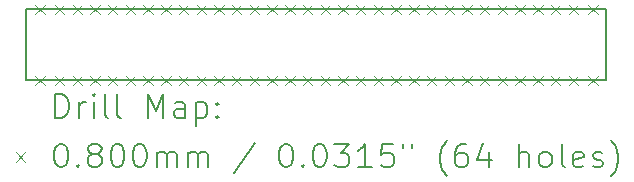
<source format=gbr>
%FSLAX45Y45*%
G04 Gerber Fmt 4.5, Leading zero omitted, Abs format (unit mm)*
G04 Created by KiCad (PCBNEW (6.0.1-0)) date 2022-02-22 22:21:20*
%MOMM*%
%LPD*%
G01*
G04 APERTURE LIST*
%TA.AperFunction,Profile*%
%ADD10C,0.150000*%
%TD*%
%ADD11C,0.200000*%
%ADD12C,0.080000*%
G04 APERTURE END LIST*
D10*
X7545000Y-6415000D02*
X7545000Y-7015000D01*
X7545000Y-6415000D02*
X12455000Y-6415000D01*
X12455000Y-6415000D02*
X12455000Y-7015000D01*
X12455000Y-7015000D02*
X7545000Y-7015000D01*
D11*
D12*
X7625000Y-6375000D02*
X7705000Y-6455000D01*
X7705000Y-6375000D02*
X7625000Y-6455000D01*
X7625000Y-6975000D02*
X7705000Y-7055000D01*
X7705000Y-6975000D02*
X7625000Y-7055000D01*
X7790000Y-6375000D02*
X7870000Y-6455000D01*
X7870000Y-6375000D02*
X7790000Y-6455000D01*
X7790000Y-6975000D02*
X7870000Y-7055000D01*
X7870000Y-6975000D02*
X7790000Y-7055000D01*
X7940000Y-6375000D02*
X8020000Y-6455000D01*
X8020000Y-6375000D02*
X7940000Y-6455000D01*
X7940000Y-6975000D02*
X8020000Y-7055000D01*
X8020000Y-6975000D02*
X7940000Y-7055000D01*
X8090000Y-6375000D02*
X8170000Y-6455000D01*
X8170000Y-6375000D02*
X8090000Y-6455000D01*
X8090000Y-6975000D02*
X8170000Y-7055000D01*
X8170000Y-6975000D02*
X8090000Y-7055000D01*
X8240000Y-6375000D02*
X8320000Y-6455000D01*
X8320000Y-6375000D02*
X8240000Y-6455000D01*
X8240000Y-6975000D02*
X8320000Y-7055000D01*
X8320000Y-6975000D02*
X8240000Y-7055000D01*
X8390000Y-6375000D02*
X8470000Y-6455000D01*
X8470000Y-6375000D02*
X8390000Y-6455000D01*
X8390000Y-6975000D02*
X8470000Y-7055000D01*
X8470000Y-6975000D02*
X8390000Y-7055000D01*
X8540000Y-6375000D02*
X8620000Y-6455000D01*
X8620000Y-6375000D02*
X8540000Y-6455000D01*
X8540000Y-6975000D02*
X8620000Y-7055000D01*
X8620000Y-6975000D02*
X8540000Y-7055000D01*
X8690000Y-6375000D02*
X8770000Y-6455000D01*
X8770000Y-6375000D02*
X8690000Y-6455000D01*
X8690000Y-6975000D02*
X8770000Y-7055000D01*
X8770000Y-6975000D02*
X8690000Y-7055000D01*
X8840000Y-6375000D02*
X8920000Y-6455000D01*
X8920000Y-6375000D02*
X8840000Y-6455000D01*
X8840000Y-6975000D02*
X8920000Y-7055000D01*
X8920000Y-6975000D02*
X8840000Y-7055000D01*
X8990000Y-6375000D02*
X9070000Y-6455000D01*
X9070000Y-6375000D02*
X8990000Y-6455000D01*
X8990000Y-6975000D02*
X9070000Y-7055000D01*
X9070000Y-6975000D02*
X8990000Y-7055000D01*
X9140000Y-6375000D02*
X9220000Y-6455000D01*
X9220000Y-6375000D02*
X9140000Y-6455000D01*
X9140000Y-6975000D02*
X9220000Y-7055000D01*
X9220000Y-6975000D02*
X9140000Y-7055000D01*
X9290000Y-6375000D02*
X9370000Y-6455000D01*
X9370000Y-6375000D02*
X9290000Y-6455000D01*
X9290000Y-6975000D02*
X9370000Y-7055000D01*
X9370000Y-6975000D02*
X9290000Y-7055000D01*
X9440000Y-6375000D02*
X9520000Y-6455000D01*
X9520000Y-6375000D02*
X9440000Y-6455000D01*
X9440000Y-6975000D02*
X9520000Y-7055000D01*
X9520000Y-6975000D02*
X9440000Y-7055000D01*
X9590000Y-6375000D02*
X9670000Y-6455000D01*
X9670000Y-6375000D02*
X9590000Y-6455000D01*
X9590000Y-6975000D02*
X9670000Y-7055000D01*
X9670000Y-6975000D02*
X9590000Y-7055000D01*
X9740000Y-6375000D02*
X9820000Y-6455000D01*
X9820000Y-6375000D02*
X9740000Y-6455000D01*
X9740000Y-6975000D02*
X9820000Y-7055000D01*
X9820000Y-6975000D02*
X9740000Y-7055000D01*
X9890000Y-6375000D02*
X9970000Y-6455000D01*
X9970000Y-6375000D02*
X9890000Y-6455000D01*
X9890000Y-6975000D02*
X9970000Y-7055000D01*
X9970000Y-6975000D02*
X9890000Y-7055000D01*
X10040000Y-6375000D02*
X10120000Y-6455000D01*
X10120000Y-6375000D02*
X10040000Y-6455000D01*
X10040000Y-6975000D02*
X10120000Y-7055000D01*
X10120000Y-6975000D02*
X10040000Y-7055000D01*
X10190000Y-6375000D02*
X10270000Y-6455000D01*
X10270000Y-6375000D02*
X10190000Y-6455000D01*
X10190000Y-6975000D02*
X10270000Y-7055000D01*
X10270000Y-6975000D02*
X10190000Y-7055000D01*
X10340000Y-6375000D02*
X10420000Y-6455000D01*
X10420000Y-6375000D02*
X10340000Y-6455000D01*
X10340000Y-6975000D02*
X10420000Y-7055000D01*
X10420000Y-6975000D02*
X10340000Y-7055000D01*
X10490000Y-6375000D02*
X10570000Y-6455000D01*
X10570000Y-6375000D02*
X10490000Y-6455000D01*
X10490000Y-6975000D02*
X10570000Y-7055000D01*
X10570000Y-6975000D02*
X10490000Y-7055000D01*
X10640000Y-6375000D02*
X10720000Y-6455000D01*
X10720000Y-6375000D02*
X10640000Y-6455000D01*
X10640000Y-6975000D02*
X10720000Y-7055000D01*
X10720000Y-6975000D02*
X10640000Y-7055000D01*
X10790000Y-6375000D02*
X10870000Y-6455000D01*
X10870000Y-6375000D02*
X10790000Y-6455000D01*
X10790000Y-6975000D02*
X10870000Y-7055000D01*
X10870000Y-6975000D02*
X10790000Y-7055000D01*
X10940000Y-6375000D02*
X11020000Y-6455000D01*
X11020000Y-6375000D02*
X10940000Y-6455000D01*
X10940000Y-6975000D02*
X11020000Y-7055000D01*
X11020000Y-6975000D02*
X10940000Y-7055000D01*
X11090000Y-6375000D02*
X11170000Y-6455000D01*
X11170000Y-6375000D02*
X11090000Y-6455000D01*
X11090000Y-6975000D02*
X11170000Y-7055000D01*
X11170000Y-6975000D02*
X11090000Y-7055000D01*
X11240000Y-6375000D02*
X11320000Y-6455000D01*
X11320000Y-6375000D02*
X11240000Y-6455000D01*
X11240000Y-6975000D02*
X11320000Y-7055000D01*
X11320000Y-6975000D02*
X11240000Y-7055000D01*
X11390000Y-6375000D02*
X11470000Y-6455000D01*
X11470000Y-6375000D02*
X11390000Y-6455000D01*
X11390000Y-6975000D02*
X11470000Y-7055000D01*
X11470000Y-6975000D02*
X11390000Y-7055000D01*
X11540000Y-6375000D02*
X11620000Y-6455000D01*
X11620000Y-6375000D02*
X11540000Y-6455000D01*
X11540000Y-6975000D02*
X11620000Y-7055000D01*
X11620000Y-6975000D02*
X11540000Y-7055000D01*
X11690000Y-6375000D02*
X11770000Y-6455000D01*
X11770000Y-6375000D02*
X11690000Y-6455000D01*
X11690000Y-6975000D02*
X11770000Y-7055000D01*
X11770000Y-6975000D02*
X11690000Y-7055000D01*
X11840000Y-6375000D02*
X11920000Y-6455000D01*
X11920000Y-6375000D02*
X11840000Y-6455000D01*
X11840000Y-6975000D02*
X11920000Y-7055000D01*
X11920000Y-6975000D02*
X11840000Y-7055000D01*
X11990000Y-6375000D02*
X12070000Y-6455000D01*
X12070000Y-6375000D02*
X11990000Y-6455000D01*
X11990000Y-6975000D02*
X12070000Y-7055000D01*
X12070000Y-6975000D02*
X11990000Y-7055000D01*
X12140000Y-6375000D02*
X12220000Y-6455000D01*
X12220000Y-6375000D02*
X12140000Y-6455000D01*
X12140000Y-6975000D02*
X12220000Y-7055000D01*
X12220000Y-6975000D02*
X12140000Y-7055000D01*
X12305000Y-6375000D02*
X12385000Y-6455000D01*
X12385000Y-6375000D02*
X12305000Y-6455000D01*
X12305000Y-6975000D02*
X12385000Y-7055000D01*
X12385000Y-6975000D02*
X12305000Y-7055000D01*
D11*
X7795119Y-7332976D02*
X7795119Y-7132976D01*
X7842738Y-7132976D01*
X7871309Y-7142500D01*
X7890357Y-7161548D01*
X7899881Y-7180595D01*
X7909405Y-7218690D01*
X7909405Y-7247262D01*
X7899881Y-7285357D01*
X7890357Y-7304405D01*
X7871309Y-7323452D01*
X7842738Y-7332976D01*
X7795119Y-7332976D01*
X7995119Y-7332976D02*
X7995119Y-7199643D01*
X7995119Y-7237738D02*
X8004643Y-7218690D01*
X8014167Y-7209167D01*
X8033214Y-7199643D01*
X8052262Y-7199643D01*
X8118928Y-7332976D02*
X8118928Y-7199643D01*
X8118928Y-7132976D02*
X8109405Y-7142500D01*
X8118928Y-7152024D01*
X8128452Y-7142500D01*
X8118928Y-7132976D01*
X8118928Y-7152024D01*
X8242738Y-7332976D02*
X8223690Y-7323452D01*
X8214167Y-7304405D01*
X8214167Y-7132976D01*
X8347500Y-7332976D02*
X8328452Y-7323452D01*
X8318928Y-7304405D01*
X8318928Y-7132976D01*
X8576071Y-7332976D02*
X8576071Y-7132976D01*
X8642738Y-7275833D01*
X8709405Y-7132976D01*
X8709405Y-7332976D01*
X8890357Y-7332976D02*
X8890357Y-7228214D01*
X8880833Y-7209167D01*
X8861786Y-7199643D01*
X8823690Y-7199643D01*
X8804643Y-7209167D01*
X8890357Y-7323452D02*
X8871310Y-7332976D01*
X8823690Y-7332976D01*
X8804643Y-7323452D01*
X8795119Y-7304405D01*
X8795119Y-7285357D01*
X8804643Y-7266309D01*
X8823690Y-7256786D01*
X8871310Y-7256786D01*
X8890357Y-7247262D01*
X8985595Y-7199643D02*
X8985595Y-7399643D01*
X8985595Y-7209167D02*
X9004643Y-7199643D01*
X9042738Y-7199643D01*
X9061786Y-7209167D01*
X9071310Y-7218690D01*
X9080833Y-7237738D01*
X9080833Y-7294881D01*
X9071310Y-7313928D01*
X9061786Y-7323452D01*
X9042738Y-7332976D01*
X9004643Y-7332976D01*
X8985595Y-7323452D01*
X9166548Y-7313928D02*
X9176071Y-7323452D01*
X9166548Y-7332976D01*
X9157024Y-7323452D01*
X9166548Y-7313928D01*
X9166548Y-7332976D01*
X9166548Y-7209167D02*
X9176071Y-7218690D01*
X9166548Y-7228214D01*
X9157024Y-7218690D01*
X9166548Y-7209167D01*
X9166548Y-7228214D01*
D12*
X7457500Y-7622500D02*
X7537500Y-7702500D01*
X7537500Y-7622500D02*
X7457500Y-7702500D01*
D11*
X7833214Y-7552976D02*
X7852262Y-7552976D01*
X7871309Y-7562500D01*
X7880833Y-7572024D01*
X7890357Y-7591071D01*
X7899881Y-7629167D01*
X7899881Y-7676786D01*
X7890357Y-7714881D01*
X7880833Y-7733928D01*
X7871309Y-7743452D01*
X7852262Y-7752976D01*
X7833214Y-7752976D01*
X7814167Y-7743452D01*
X7804643Y-7733928D01*
X7795119Y-7714881D01*
X7785595Y-7676786D01*
X7785595Y-7629167D01*
X7795119Y-7591071D01*
X7804643Y-7572024D01*
X7814167Y-7562500D01*
X7833214Y-7552976D01*
X7985595Y-7733928D02*
X7995119Y-7743452D01*
X7985595Y-7752976D01*
X7976071Y-7743452D01*
X7985595Y-7733928D01*
X7985595Y-7752976D01*
X8109405Y-7638690D02*
X8090357Y-7629167D01*
X8080833Y-7619643D01*
X8071309Y-7600595D01*
X8071309Y-7591071D01*
X8080833Y-7572024D01*
X8090357Y-7562500D01*
X8109405Y-7552976D01*
X8147500Y-7552976D01*
X8166548Y-7562500D01*
X8176071Y-7572024D01*
X8185595Y-7591071D01*
X8185595Y-7600595D01*
X8176071Y-7619643D01*
X8166548Y-7629167D01*
X8147500Y-7638690D01*
X8109405Y-7638690D01*
X8090357Y-7648214D01*
X8080833Y-7657738D01*
X8071309Y-7676786D01*
X8071309Y-7714881D01*
X8080833Y-7733928D01*
X8090357Y-7743452D01*
X8109405Y-7752976D01*
X8147500Y-7752976D01*
X8166548Y-7743452D01*
X8176071Y-7733928D01*
X8185595Y-7714881D01*
X8185595Y-7676786D01*
X8176071Y-7657738D01*
X8166548Y-7648214D01*
X8147500Y-7638690D01*
X8309405Y-7552976D02*
X8328452Y-7552976D01*
X8347500Y-7562500D01*
X8357024Y-7572024D01*
X8366548Y-7591071D01*
X8376071Y-7629167D01*
X8376071Y-7676786D01*
X8366548Y-7714881D01*
X8357024Y-7733928D01*
X8347500Y-7743452D01*
X8328452Y-7752976D01*
X8309405Y-7752976D01*
X8290357Y-7743452D01*
X8280833Y-7733928D01*
X8271309Y-7714881D01*
X8261786Y-7676786D01*
X8261786Y-7629167D01*
X8271309Y-7591071D01*
X8280833Y-7572024D01*
X8290357Y-7562500D01*
X8309405Y-7552976D01*
X8499881Y-7552976D02*
X8518929Y-7552976D01*
X8537976Y-7562500D01*
X8547500Y-7572024D01*
X8557024Y-7591071D01*
X8566548Y-7629167D01*
X8566548Y-7676786D01*
X8557024Y-7714881D01*
X8547500Y-7733928D01*
X8537976Y-7743452D01*
X8518929Y-7752976D01*
X8499881Y-7752976D01*
X8480833Y-7743452D01*
X8471310Y-7733928D01*
X8461786Y-7714881D01*
X8452262Y-7676786D01*
X8452262Y-7629167D01*
X8461786Y-7591071D01*
X8471310Y-7572024D01*
X8480833Y-7562500D01*
X8499881Y-7552976D01*
X8652262Y-7752976D02*
X8652262Y-7619643D01*
X8652262Y-7638690D02*
X8661786Y-7629167D01*
X8680833Y-7619643D01*
X8709405Y-7619643D01*
X8728452Y-7629167D01*
X8737976Y-7648214D01*
X8737976Y-7752976D01*
X8737976Y-7648214D02*
X8747500Y-7629167D01*
X8766548Y-7619643D01*
X8795119Y-7619643D01*
X8814167Y-7629167D01*
X8823690Y-7648214D01*
X8823690Y-7752976D01*
X8918929Y-7752976D02*
X8918929Y-7619643D01*
X8918929Y-7638690D02*
X8928452Y-7629167D01*
X8947500Y-7619643D01*
X8976071Y-7619643D01*
X8995119Y-7629167D01*
X9004643Y-7648214D01*
X9004643Y-7752976D01*
X9004643Y-7648214D02*
X9014167Y-7629167D01*
X9033214Y-7619643D01*
X9061786Y-7619643D01*
X9080833Y-7629167D01*
X9090357Y-7648214D01*
X9090357Y-7752976D01*
X9480833Y-7543452D02*
X9309405Y-7800595D01*
X9737976Y-7552976D02*
X9757024Y-7552976D01*
X9776071Y-7562500D01*
X9785595Y-7572024D01*
X9795119Y-7591071D01*
X9804643Y-7629167D01*
X9804643Y-7676786D01*
X9795119Y-7714881D01*
X9785595Y-7733928D01*
X9776071Y-7743452D01*
X9757024Y-7752976D01*
X9737976Y-7752976D01*
X9718929Y-7743452D01*
X9709405Y-7733928D01*
X9699881Y-7714881D01*
X9690357Y-7676786D01*
X9690357Y-7629167D01*
X9699881Y-7591071D01*
X9709405Y-7572024D01*
X9718929Y-7562500D01*
X9737976Y-7552976D01*
X9890357Y-7733928D02*
X9899881Y-7743452D01*
X9890357Y-7752976D01*
X9880833Y-7743452D01*
X9890357Y-7733928D01*
X9890357Y-7752976D01*
X10023690Y-7552976D02*
X10042738Y-7552976D01*
X10061786Y-7562500D01*
X10071310Y-7572024D01*
X10080833Y-7591071D01*
X10090357Y-7629167D01*
X10090357Y-7676786D01*
X10080833Y-7714881D01*
X10071310Y-7733928D01*
X10061786Y-7743452D01*
X10042738Y-7752976D01*
X10023690Y-7752976D01*
X10004643Y-7743452D01*
X9995119Y-7733928D01*
X9985595Y-7714881D01*
X9976071Y-7676786D01*
X9976071Y-7629167D01*
X9985595Y-7591071D01*
X9995119Y-7572024D01*
X10004643Y-7562500D01*
X10023690Y-7552976D01*
X10157024Y-7552976D02*
X10280833Y-7552976D01*
X10214167Y-7629167D01*
X10242738Y-7629167D01*
X10261786Y-7638690D01*
X10271310Y-7648214D01*
X10280833Y-7667262D01*
X10280833Y-7714881D01*
X10271310Y-7733928D01*
X10261786Y-7743452D01*
X10242738Y-7752976D01*
X10185595Y-7752976D01*
X10166548Y-7743452D01*
X10157024Y-7733928D01*
X10471310Y-7752976D02*
X10357024Y-7752976D01*
X10414167Y-7752976D02*
X10414167Y-7552976D01*
X10395119Y-7581548D01*
X10376071Y-7600595D01*
X10357024Y-7610119D01*
X10652262Y-7552976D02*
X10557024Y-7552976D01*
X10547500Y-7648214D01*
X10557024Y-7638690D01*
X10576071Y-7629167D01*
X10623690Y-7629167D01*
X10642738Y-7638690D01*
X10652262Y-7648214D01*
X10661786Y-7667262D01*
X10661786Y-7714881D01*
X10652262Y-7733928D01*
X10642738Y-7743452D01*
X10623690Y-7752976D01*
X10576071Y-7752976D01*
X10557024Y-7743452D01*
X10547500Y-7733928D01*
X10737976Y-7552976D02*
X10737976Y-7591071D01*
X10814167Y-7552976D02*
X10814167Y-7591071D01*
X11109405Y-7829167D02*
X11099881Y-7819643D01*
X11080833Y-7791071D01*
X11071310Y-7772024D01*
X11061786Y-7743452D01*
X11052262Y-7695833D01*
X11052262Y-7657738D01*
X11061786Y-7610119D01*
X11071310Y-7581548D01*
X11080833Y-7562500D01*
X11099881Y-7533928D01*
X11109405Y-7524405D01*
X11271309Y-7552976D02*
X11233214Y-7552976D01*
X11214167Y-7562500D01*
X11204643Y-7572024D01*
X11185595Y-7600595D01*
X11176071Y-7638690D01*
X11176071Y-7714881D01*
X11185595Y-7733928D01*
X11195119Y-7743452D01*
X11214167Y-7752976D01*
X11252262Y-7752976D01*
X11271309Y-7743452D01*
X11280833Y-7733928D01*
X11290357Y-7714881D01*
X11290357Y-7667262D01*
X11280833Y-7648214D01*
X11271309Y-7638690D01*
X11252262Y-7629167D01*
X11214167Y-7629167D01*
X11195119Y-7638690D01*
X11185595Y-7648214D01*
X11176071Y-7667262D01*
X11461786Y-7619643D02*
X11461786Y-7752976D01*
X11414167Y-7543452D02*
X11366548Y-7686309D01*
X11490357Y-7686309D01*
X11718928Y-7752976D02*
X11718928Y-7552976D01*
X11804643Y-7752976D02*
X11804643Y-7648214D01*
X11795119Y-7629167D01*
X11776071Y-7619643D01*
X11747500Y-7619643D01*
X11728452Y-7629167D01*
X11718928Y-7638690D01*
X11928452Y-7752976D02*
X11909405Y-7743452D01*
X11899881Y-7733928D01*
X11890357Y-7714881D01*
X11890357Y-7657738D01*
X11899881Y-7638690D01*
X11909405Y-7629167D01*
X11928452Y-7619643D01*
X11957024Y-7619643D01*
X11976071Y-7629167D01*
X11985595Y-7638690D01*
X11995119Y-7657738D01*
X11995119Y-7714881D01*
X11985595Y-7733928D01*
X11976071Y-7743452D01*
X11957024Y-7752976D01*
X11928452Y-7752976D01*
X12109405Y-7752976D02*
X12090357Y-7743452D01*
X12080833Y-7724405D01*
X12080833Y-7552976D01*
X12261786Y-7743452D02*
X12242738Y-7752976D01*
X12204643Y-7752976D01*
X12185595Y-7743452D01*
X12176071Y-7724405D01*
X12176071Y-7648214D01*
X12185595Y-7629167D01*
X12204643Y-7619643D01*
X12242738Y-7619643D01*
X12261786Y-7629167D01*
X12271309Y-7648214D01*
X12271309Y-7667262D01*
X12176071Y-7686309D01*
X12347500Y-7743452D02*
X12366548Y-7752976D01*
X12404643Y-7752976D01*
X12423690Y-7743452D01*
X12433214Y-7724405D01*
X12433214Y-7714881D01*
X12423690Y-7695833D01*
X12404643Y-7686309D01*
X12376071Y-7686309D01*
X12357024Y-7676786D01*
X12347500Y-7657738D01*
X12347500Y-7648214D01*
X12357024Y-7629167D01*
X12376071Y-7619643D01*
X12404643Y-7619643D01*
X12423690Y-7629167D01*
X12499881Y-7829167D02*
X12509405Y-7819643D01*
X12528452Y-7791071D01*
X12537976Y-7772024D01*
X12547500Y-7743452D01*
X12557024Y-7695833D01*
X12557024Y-7657738D01*
X12547500Y-7610119D01*
X12537976Y-7581548D01*
X12528452Y-7562500D01*
X12509405Y-7533928D01*
X12499881Y-7524405D01*
M02*

</source>
